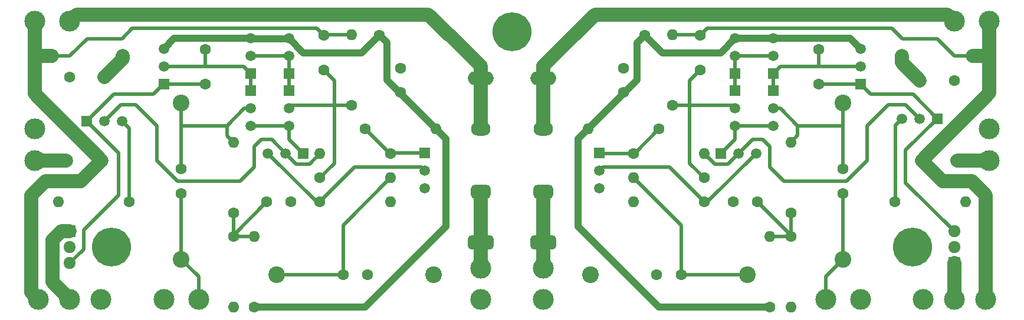
<source format=gtl>
G04 #@! TF.GenerationSoftware,KiCad,Pcbnew,9.0.2-9.0.2-0~ubuntu22.04.1*
G04 #@! TF.CreationDate,2025-06-09T06:11:19+02:00*
G04 #@! TF.ProjectId,amp_board_Rev-A,616d705f-626f-4617-9264-5f5265762d41,rev?*
G04 #@! TF.SameCoordinates,Original*
G04 #@! TF.FileFunction,Copper,L1,Top*
G04 #@! TF.FilePolarity,Positive*
%FSLAX46Y46*%
G04 Gerber Fmt 4.6, Leading zero omitted, Abs format (unit mm)*
G04 Created by KiCad (PCBNEW 9.0.2-9.0.2-0~ubuntu22.04.1) date 2025-06-09 06:11:19*
%MOMM*%
%LPD*%
G01*
G04 APERTURE LIST*
G04 Aperture macros list*
%AMRoundRect*
0 Rectangle with rounded corners*
0 $1 Rounding radius*
0 $2 $3 $4 $5 $6 $7 $8 $9 X,Y pos of 4 corners*
0 Add a 4 corners polygon primitive as box body*
4,1,4,$2,$3,$4,$5,$6,$7,$8,$9,$2,$3,0*
0 Add four circle primitives for the rounded corners*
1,1,$1+$1,$2,$3*
1,1,$1+$1,$4,$5*
1,1,$1+$1,$6,$7*
1,1,$1+$1,$8,$9*
0 Add four rect primitives between the rounded corners*
20,1,$1+$1,$2,$3,$4,$5,0*
20,1,$1+$1,$4,$5,$6,$7,0*
20,1,$1+$1,$6,$7,$8,$9,0*
20,1,$1+$1,$8,$9,$2,$3,0*%
G04 Aperture macros list end*
G04 #@! TA.AperFunction,ComponentPad*
%ADD10C,2.000000*%
G04 #@! TD*
G04 #@! TA.AperFunction,ComponentPad*
%ADD11O,2.000000X2.000000*%
G04 #@! TD*
G04 #@! TA.AperFunction,ComponentPad*
%ADD12C,1.600000*%
G04 #@! TD*
G04 #@! TA.AperFunction,ComponentPad*
%ADD13R,1.500000X1.500000*%
G04 #@! TD*
G04 #@! TA.AperFunction,ComponentPad*
%ADD14C,1.500000*%
G04 #@! TD*
G04 #@! TA.AperFunction,ComponentPad*
%ADD15C,3.000000*%
G04 #@! TD*
G04 #@! TA.AperFunction,ComponentPad*
%ADD16O,1.600000X1.600000*%
G04 #@! TD*
G04 #@! TA.AperFunction,ComponentPad*
%ADD17C,3.600000*%
G04 #@! TD*
G04 #@! TA.AperFunction,ConnectorPad*
%ADD18C,5.600000*%
G04 #@! TD*
G04 #@! TA.AperFunction,ComponentPad*
%ADD19C,2.400000*%
G04 #@! TD*
G04 #@! TA.AperFunction,ComponentPad*
%ADD20R,1.800000X1.710000*%
G04 #@! TD*
G04 #@! TA.AperFunction,ComponentPad*
%ADD21O,1.800000X1.710000*%
G04 #@! TD*
G04 #@! TA.AperFunction,ComponentPad*
%ADD22RoundRect,0.500000X1.350000X-0.500000X1.350000X0.500000X-1.350000X0.500000X-1.350000X-0.500000X0*%
G04 #@! TD*
G04 #@! TA.AperFunction,ComponentPad*
%ADD23RoundRect,0.500000X0.900000X-0.500000X0.900000X0.500000X-0.900000X0.500000X-0.900000X-0.500000X0*%
G04 #@! TD*
G04 #@! TA.AperFunction,ComponentPad*
%ADD24O,2.800000X2.000000*%
G04 #@! TD*
G04 #@! TA.AperFunction,ComponentPad*
%ADD25O,3.700000X2.000000*%
G04 #@! TD*
G04 #@! TA.AperFunction,Conductor*
%ADD26C,0.500000*%
G04 #@! TD*
G04 #@! TA.AperFunction,Conductor*
%ADD27C,1.000000*%
G04 #@! TD*
G04 #@! TA.AperFunction,Conductor*
%ADD28C,2.000000*%
G04 #@! TD*
G04 APERTURE END LIST*
D10*
X86000000Y-82500000D03*
D11*
X91080000Y-82500000D03*
D12*
X177000000Y-69500000D03*
X177000000Y-64500000D03*
D13*
X137500000Y-81460000D03*
D14*
X137500000Y-84000000D03*
X137500000Y-86540000D03*
D15*
X154500000Y-102500000D03*
D13*
X88960000Y-76860000D03*
D14*
X91500000Y-76860000D03*
X94040000Y-76860000D03*
D12*
X185250000Y-88500000D03*
X181750000Y-88500000D03*
D13*
X162500000Y-81460000D03*
D14*
X162500000Y-84000000D03*
X162500000Y-86540000D03*
D13*
X187500000Y-70040000D03*
D14*
X187500000Y-67500000D03*
X187500000Y-64960000D03*
D12*
X91500000Y-70500000D03*
X86500000Y-70500000D03*
D13*
X112500000Y-72460000D03*
D14*
X112500000Y-75000000D03*
X112500000Y-77540000D03*
D12*
X166000000Y-72750000D03*
X166000000Y-69250000D03*
X177580000Y-85000000D03*
D16*
X167420000Y-85000000D03*
D13*
X182000000Y-72460000D03*
D14*
X182000000Y-75000000D03*
X182000000Y-77540000D03*
D12*
X173000000Y-74580000D03*
D16*
X173000000Y-64420000D03*
D15*
X81500000Y-62500000D03*
D17*
X150000000Y-64000000D03*
D18*
X150000000Y-64000000D03*
D15*
X195000000Y-102500000D03*
D19*
X197500000Y-96750000D03*
X197500000Y-74250000D03*
D20*
X86500000Y-92720000D03*
D21*
X86500000Y-95000000D03*
X86500000Y-97280000D03*
D15*
X213500000Y-102500000D03*
D13*
X112500000Y-70040000D03*
D14*
X112500000Y-67500000D03*
X112500000Y-64960000D03*
D15*
X81500000Y-82500000D03*
D12*
X102500000Y-87250000D03*
X102500000Y-83750000D03*
D13*
X187500000Y-72460000D03*
D14*
X187500000Y-75000000D03*
X187500000Y-77540000D03*
D15*
X145500000Y-102500000D03*
D13*
X179960000Y-81500000D03*
D14*
X182500000Y-81500000D03*
X185040000Y-81500000D03*
D12*
X174250000Y-99000000D03*
X170750000Y-99000000D03*
X204920000Y-88500000D03*
D16*
X215080000Y-88500000D03*
D12*
X130920000Y-64500000D03*
D16*
X141080000Y-64500000D03*
D12*
X216080000Y-67500000D03*
D16*
X205920000Y-67500000D03*
D15*
X218500000Y-82500000D03*
X154500000Y-98000000D03*
D12*
X190000000Y-93420000D03*
D16*
X190000000Y-103580000D03*
D19*
X116250000Y-99000000D03*
X138750000Y-99000000D03*
D12*
X127000000Y-74580000D03*
D16*
X127000000Y-64420000D03*
D13*
X211040000Y-76500000D03*
D14*
X208500000Y-76500000D03*
X205960000Y-76500000D03*
D12*
X169080000Y-64500000D03*
D16*
X158920000Y-64500000D03*
D13*
X118000000Y-72460000D03*
D14*
X118000000Y-75000000D03*
X118000000Y-77540000D03*
D12*
X171080000Y-78000000D03*
D16*
X160920000Y-78000000D03*
D12*
X122420000Y-85000000D03*
D16*
X132580000Y-85000000D03*
D13*
X118000000Y-70040000D03*
D14*
X118000000Y-67500000D03*
X118000000Y-64960000D03*
D13*
X200000000Y-71540000D03*
D14*
X200000000Y-69000000D03*
X200000000Y-66460000D03*
D15*
X86500000Y-102500000D03*
D13*
X120040000Y-81500000D03*
D14*
X117500000Y-81500000D03*
X114960000Y-81500000D03*
D17*
X207500000Y-95000000D03*
D18*
X207500000Y-95000000D03*
D20*
X213500000Y-97280000D03*
D21*
X213500000Y-95000000D03*
X213500000Y-92720000D03*
D13*
X182000000Y-70040000D03*
D14*
X182000000Y-67500000D03*
X182000000Y-64960000D03*
D12*
X167420000Y-81500000D03*
D16*
X177580000Y-81500000D03*
D12*
X190000000Y-90080000D03*
D16*
X190000000Y-79920000D03*
D12*
X122420000Y-88500000D03*
D16*
X132580000Y-88500000D03*
D15*
X218500000Y-78000000D03*
D12*
X110000000Y-90080000D03*
D16*
X110000000Y-79920000D03*
D15*
X218500000Y-62500000D03*
D12*
X83920000Y-67500000D03*
D16*
X94080000Y-67500000D03*
D15*
X86500000Y-62500000D03*
X100000000Y-102500000D03*
D22*
X154500000Y-94310000D03*
D23*
X154500000Y-87040000D03*
D24*
X154500000Y-77960000D03*
D25*
X154500000Y-70690000D03*
D13*
X100000000Y-71540000D03*
D14*
X100000000Y-69000000D03*
X100000000Y-66460000D03*
D15*
X105000000Y-102500000D03*
D12*
X132580000Y-81500000D03*
D16*
X122420000Y-81500000D03*
D15*
X145500000Y-98000000D03*
D12*
X197500000Y-87250000D03*
X197500000Y-83750000D03*
X106000000Y-66500000D03*
X106000000Y-71500000D03*
X125750000Y-99000000D03*
X129250000Y-99000000D03*
D17*
X92500000Y-95000000D03*
D18*
X92500000Y-95000000D03*
D15*
X213500000Y-62500000D03*
D12*
X123000000Y-69500000D03*
X123000000Y-64500000D03*
D10*
X213915000Y-82500000D03*
D11*
X208835000Y-82500000D03*
D19*
X183750000Y-99000000D03*
X161250000Y-99000000D03*
D15*
X91000000Y-102500000D03*
D12*
X95080000Y-88500000D03*
D16*
X84920000Y-88500000D03*
D12*
X113000000Y-103580000D03*
D16*
X113000000Y-93420000D03*
D15*
X218000000Y-102500000D03*
X200000000Y-102500000D03*
X81500000Y-78000000D03*
D12*
X110000000Y-93420000D03*
D16*
X110000000Y-103580000D03*
D15*
X209000000Y-102500000D03*
D12*
X187000000Y-103580000D03*
D16*
X187000000Y-93420000D03*
D22*
X145500000Y-94310000D03*
D23*
X145500000Y-87040000D03*
D24*
X145500000Y-77960000D03*
D25*
X145500000Y-70690000D03*
D12*
X134000000Y-72750000D03*
X134000000Y-69250000D03*
D15*
X82000000Y-102500000D03*
D12*
X194000000Y-66500000D03*
X194000000Y-71500000D03*
X208500000Y-71000000D03*
X213500000Y-71000000D03*
X177580000Y-88500000D03*
D16*
X167420000Y-88500000D03*
D19*
X102500000Y-96750000D03*
X102500000Y-74250000D03*
D12*
X128920000Y-78000000D03*
D16*
X139080000Y-78000000D03*
D12*
X114750000Y-88500000D03*
X118250000Y-88500000D03*
D26*
X102500000Y-77500000D02*
X102500000Y-83750000D01*
X102500000Y-77500000D02*
X109080000Y-77500000D01*
X109080000Y-79000000D02*
X110000000Y-79920000D01*
X112500000Y-75000000D02*
X111580000Y-75000000D01*
X102500000Y-74250000D02*
X102500000Y-77500000D01*
X109080000Y-77500000D02*
X109080000Y-79000000D01*
X111580000Y-75000000D02*
X109080000Y-77500000D01*
X105000000Y-99250000D02*
X102500000Y-96750000D01*
X102500000Y-87250000D02*
X102500000Y-96750000D01*
X105000000Y-102500000D02*
X105000000Y-99250000D01*
X125750000Y-91830000D02*
X132580000Y-85000000D01*
X125750000Y-99000000D02*
X116250000Y-99000000D01*
X125750000Y-98500000D02*
X125750000Y-91830000D01*
X88500000Y-92500000D02*
X88500000Y-95280000D01*
X88500000Y-95280000D02*
X86500000Y-97280000D01*
X92820000Y-73000000D02*
X88960000Y-76860000D01*
X98500000Y-73000000D02*
X92820000Y-73000000D01*
X99960000Y-71540000D02*
X98500000Y-73000000D01*
X93500000Y-81400000D02*
X93500000Y-87500000D01*
X100040000Y-71500000D02*
X100000000Y-71540000D01*
X106000000Y-71500000D02*
X100040000Y-71500000D01*
X93500000Y-87500000D02*
X88500000Y-92500000D01*
X100000000Y-71540000D02*
X99960000Y-71540000D01*
X88960000Y-76860000D02*
X93500000Y-81400000D01*
X112500000Y-70040000D02*
X112500000Y-72460000D01*
X106000000Y-66500000D02*
X106000000Y-69000000D01*
X106000000Y-69000000D02*
X111460000Y-69000000D01*
X100000000Y-69000000D02*
X106000000Y-69000000D01*
X111460000Y-69000000D02*
X112500000Y-70040000D01*
D27*
X132000000Y-70920000D02*
X139080000Y-78000000D01*
X112540000Y-65000000D02*
X112500000Y-64960000D01*
X140500000Y-92000000D02*
X128920000Y-103580000D01*
X101500000Y-64960000D02*
X100000000Y-66460000D01*
X118040000Y-65000000D02*
X112540000Y-65000000D01*
X112500000Y-64960000D02*
X101500000Y-64960000D01*
X132000000Y-65500000D02*
X132000000Y-70920000D01*
X130920000Y-64500000D02*
X131000000Y-64500000D01*
X128420000Y-67000000D02*
X120040000Y-67000000D01*
X120040000Y-67000000D02*
X118040000Y-65000000D01*
X130920000Y-64500000D02*
X128420000Y-67000000D01*
X128920000Y-103580000D02*
X113000000Y-103580000D01*
X139080000Y-78000000D02*
X140500000Y-79420000D01*
X131000000Y-64500000D02*
X132000000Y-65500000D01*
X140500000Y-79420000D02*
X140500000Y-92000000D01*
D26*
X94000000Y-65000000D02*
X89000000Y-65000000D01*
D28*
X81500000Y-62500000D02*
X81500000Y-67500000D01*
X91080000Y-82500000D02*
X88080000Y-85500000D01*
D26*
X122000000Y-63500000D02*
X95500000Y-63500000D01*
D28*
X81500000Y-72920000D02*
X91080000Y-82500000D01*
D26*
X86500000Y-67500000D02*
X83920000Y-67500000D01*
D28*
X81000000Y-87500000D02*
X81000000Y-101500000D01*
X81500000Y-67500000D02*
X81500000Y-72920000D01*
X81500000Y-67500000D02*
X83920000Y-67500000D01*
D26*
X89000000Y-65000000D02*
X86500000Y-67500000D01*
X95500000Y-63500000D02*
X94000000Y-65000000D01*
X127000000Y-64420000D02*
X123080000Y-64420000D01*
D28*
X88080000Y-85500000D02*
X83000000Y-85500000D01*
X83000000Y-85500000D02*
X81000000Y-87500000D01*
D26*
X123000000Y-64500000D02*
X122000000Y-63500000D01*
D28*
X81000000Y-101500000D02*
X82000000Y-102500000D01*
D26*
X123080000Y-64420000D02*
X123000000Y-64500000D01*
X127000000Y-74580000D02*
X118420000Y-74580000D01*
X124500000Y-82920000D02*
X122420000Y-85000000D01*
X124500000Y-71000000D02*
X124500000Y-82920000D01*
X123000000Y-69500000D02*
X124500000Y-71000000D01*
X118420000Y-74580000D02*
X118000000Y-75000000D01*
D28*
X94080000Y-67920000D02*
X91500000Y-70500000D01*
X94080000Y-67500000D02*
X94080000Y-67920000D01*
D26*
X197500000Y-83750000D02*
X197500000Y-77500000D01*
X188500000Y-75000000D02*
X191000000Y-77500000D01*
X191000000Y-77500000D02*
X191000000Y-78920000D01*
X197500000Y-77500000D02*
X197500000Y-74250000D01*
X191000000Y-77500000D02*
X197500000Y-77500000D01*
X191000000Y-78920000D02*
X190000000Y-79920000D01*
X187500000Y-75000000D02*
X188500000Y-75000000D01*
X195000000Y-99250000D02*
X195000000Y-101500000D01*
X197500000Y-96750000D02*
X195000000Y-99250000D01*
X197500000Y-87250000D02*
X197500000Y-96750000D01*
X167420000Y-85000000D02*
X174250000Y-91830000D01*
X174250000Y-91830000D02*
X174250000Y-99000000D01*
X174250000Y-99000000D02*
X183750000Y-99000000D01*
X194000000Y-69000000D02*
X200000000Y-69000000D01*
X187500000Y-70040000D02*
X188540000Y-69000000D01*
X187500000Y-70040000D02*
X187500000Y-72460000D01*
X188540000Y-69000000D02*
X194000000Y-69000000D01*
X194000000Y-66500000D02*
X194000000Y-69000000D01*
X211040000Y-76500000D02*
X206500000Y-81040000D01*
X206500000Y-85720000D02*
X213500000Y-92720000D01*
X194000000Y-71500000D02*
X199960000Y-71500000D01*
X199960000Y-71500000D02*
X200000000Y-71540000D01*
X200000000Y-71540000D02*
X201460000Y-73000000D01*
X206500000Y-81040000D02*
X206500000Y-85720000D01*
X201460000Y-73000000D02*
X207540000Y-73000000D01*
X207540000Y-73000000D02*
X211040000Y-76500000D01*
D27*
X160920000Y-78000000D02*
X167960000Y-70960000D01*
X198500000Y-64960000D02*
X200000000Y-66460000D01*
X159500000Y-92000000D02*
X159500000Y-79420000D01*
X159500000Y-79420000D02*
X160920000Y-78000000D01*
X187000000Y-103580000D02*
X171080000Y-103580000D01*
X167960000Y-70960000D02*
X167960000Y-65620000D01*
X182000000Y-64960000D02*
X198500000Y-64960000D01*
X167960000Y-65620000D02*
X169080000Y-64500000D01*
X179960000Y-67000000D02*
X171580000Y-67000000D01*
X171080000Y-103580000D02*
X159500000Y-92000000D01*
X171580000Y-67000000D02*
X169080000Y-64500000D01*
X182000000Y-64960000D02*
X179960000Y-67000000D01*
D26*
X173000000Y-74580000D02*
X175500000Y-74580000D01*
X175500000Y-75000000D02*
X175500000Y-71000000D01*
X175500000Y-82920000D02*
X175500000Y-75000000D01*
X175500000Y-71000000D02*
X177000000Y-69500000D01*
X175500000Y-75000000D02*
X175500000Y-74580000D01*
X177580000Y-85000000D02*
X175500000Y-82920000D01*
X181580000Y-74580000D02*
X182000000Y-75000000D01*
X175500000Y-74580000D02*
X181580000Y-74580000D01*
D28*
X216000000Y-85500000D02*
X211835000Y-85500000D01*
D26*
X213500000Y-67500000D02*
X211000000Y-65000000D01*
X177080000Y-64420000D02*
X173000000Y-64420000D01*
D28*
X216080000Y-67500000D02*
X218500000Y-67500000D01*
D26*
X211000000Y-65000000D02*
X206000000Y-65000000D01*
X216080000Y-67500000D02*
X213500000Y-67500000D01*
D28*
X208835000Y-82500000D02*
X218500000Y-72835000D01*
D26*
X206000000Y-65000000D02*
X204500000Y-63500000D01*
D28*
X218500000Y-72835000D02*
X218500000Y-62500000D01*
D26*
X204500000Y-63500000D02*
X178000000Y-63500000D01*
D28*
X218000000Y-102500000D02*
X218000000Y-87500000D01*
X218000000Y-87500000D02*
X216000000Y-85500000D01*
D26*
X178000000Y-63500000D02*
X177080000Y-64420000D01*
D28*
X211835000Y-85500000D02*
X208835000Y-82500000D01*
X205920000Y-68420000D02*
X208500000Y-71000000D01*
X205920000Y-67500000D02*
X205920000Y-68420000D01*
X154500000Y-94310000D02*
X154500000Y-98000000D01*
X154500000Y-87040000D02*
X154500000Y-94310000D01*
X86500000Y-102500000D02*
X84000000Y-100000000D01*
X85280000Y-92720000D02*
X86500000Y-92720000D01*
X84000000Y-94000000D02*
X85280000Y-92720000D01*
X84000000Y-100000000D02*
X84000000Y-94000000D01*
X86000000Y-82500000D02*
X81500000Y-82500000D01*
X161919000Y-61501000D02*
X212501000Y-61501000D01*
X154500000Y-77960000D02*
X154500000Y-68920000D01*
X154500000Y-68920000D02*
X158920000Y-64500000D01*
X158920000Y-64500000D02*
X161919000Y-61501000D01*
X212501000Y-61501000D02*
X213500000Y-62500000D01*
X213500000Y-102500000D02*
X213500000Y-97280000D01*
D26*
X132380000Y-81460000D02*
X128920000Y-78000000D01*
X137500000Y-81460000D02*
X132380000Y-81460000D01*
X122420000Y-88500000D02*
X127420000Y-83500000D01*
X122420000Y-88500000D02*
X121960000Y-88500000D01*
X121960000Y-88500000D02*
X114960000Y-81500000D01*
X137000000Y-83500000D02*
X137500000Y-84000000D01*
X127420000Y-83500000D02*
X137000000Y-83500000D01*
X112500000Y-77540000D02*
X118000000Y-77540000D01*
X118000000Y-77540000D02*
X118000000Y-79460000D01*
X118000000Y-79460000D02*
X120040000Y-81500000D01*
X112500000Y-67500000D02*
X118000000Y-67500000D01*
X118000000Y-67500000D02*
X118000000Y-72460000D01*
X122420000Y-81500000D02*
X120920000Y-83000000D01*
X115500000Y-79500000D02*
X114000000Y-79500000D01*
X93860000Y-74500000D02*
X91500000Y-76860000D01*
X114000000Y-79500000D02*
X113000000Y-80500000D01*
X113000000Y-83500000D02*
X111000000Y-85500000D01*
X119000000Y-83000000D02*
X117500000Y-81500000D01*
X96000000Y-74500000D02*
X93860000Y-74500000D01*
X113000000Y-80500000D02*
X113000000Y-83500000D01*
X120920000Y-83000000D02*
X119000000Y-83000000D01*
X99000000Y-82500000D02*
X99000000Y-77500000D01*
X117500000Y-81500000D02*
X115500000Y-79500000D01*
X99000000Y-77500000D02*
X96000000Y-74500000D01*
X111000000Y-85500000D02*
X102000000Y-85500000D01*
X102000000Y-85500000D02*
X99000000Y-82500000D01*
X95080000Y-88500000D02*
X95080000Y-77900000D01*
X95080000Y-77900000D02*
X94040000Y-76860000D01*
X167580000Y-81500000D02*
X162540000Y-81500000D01*
X171080000Y-78000000D02*
X167580000Y-81500000D01*
X162500000Y-84000000D02*
X163000000Y-83500000D01*
X178040000Y-88500000D02*
X177580000Y-88500000D01*
X177500000Y-88420000D02*
X177580000Y-88500000D01*
X185040000Y-81500000D02*
X178040000Y-88500000D01*
X172580000Y-83500000D02*
X177580000Y-88500000D01*
X163000000Y-83500000D02*
X172580000Y-83500000D01*
X182000000Y-79460000D02*
X179960000Y-81500000D01*
X182000000Y-77540000D02*
X182000000Y-79460000D01*
X187500000Y-77540000D02*
X182000000Y-77540000D01*
X182000000Y-67500000D02*
X187500000Y-67500000D01*
X182000000Y-67500000D02*
X182000000Y-72320000D01*
X186000000Y-79500000D02*
X184500000Y-79500000D01*
X201000000Y-82500000D02*
X198000000Y-85500000D01*
X208500000Y-76500000D02*
X206500000Y-74500000D01*
X187000000Y-80500000D02*
X186000000Y-79500000D01*
X184500000Y-79500000D02*
X182500000Y-81500000D01*
X206500000Y-74500000D02*
X204000000Y-74500000D01*
X198000000Y-85500000D02*
X189000000Y-85500000D01*
X177580000Y-81500000D02*
X179080000Y-83000000D01*
X187000000Y-83500000D02*
X187000000Y-80500000D01*
X189000000Y-85500000D02*
X187000000Y-83500000D01*
X201000000Y-77500000D02*
X201000000Y-82500000D01*
X179080000Y-83000000D02*
X181000000Y-83000000D01*
X204000000Y-74500000D02*
X201000000Y-77500000D01*
X181000000Y-83000000D02*
X182500000Y-81500000D01*
X205000000Y-77460000D02*
X205960000Y-76500000D01*
X205000000Y-88420000D02*
X205000000Y-77460000D01*
X204920000Y-88500000D02*
X205000000Y-88420000D01*
X110000000Y-93420000D02*
X113000000Y-93420000D01*
X110000000Y-90080000D02*
X110000000Y-93420000D01*
X110000000Y-93250000D02*
X114750000Y-88500000D01*
X110000000Y-93420000D02*
X110000000Y-93250000D01*
X187000000Y-93420000D02*
X190000000Y-93420000D01*
X185250000Y-88500000D02*
X190000000Y-93250000D01*
X190000000Y-93420000D02*
X190000000Y-90080000D01*
X190000000Y-93250000D02*
X190000000Y-93420000D01*
D28*
X145500000Y-77960000D02*
X145500000Y-68920000D01*
X145500000Y-68920000D02*
X141080000Y-64500000D01*
X87499000Y-61501000D02*
X86500000Y-62500000D01*
X138001000Y-61501000D02*
X87499000Y-61501000D01*
X141080000Y-64500000D02*
X141000000Y-64500000D01*
X141000000Y-64500000D02*
X138001000Y-61501000D01*
X213915000Y-82500000D02*
X218500000Y-82500000D01*
X145500000Y-94310000D02*
X145500000Y-98000000D01*
X145500000Y-94310000D02*
X145500000Y-87040000D01*
M02*

</source>
